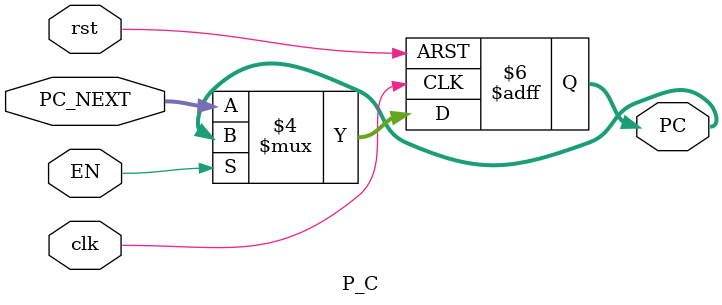
<source format=v>
module P_C(clk, rst, EN, PC, PC_NEXT);
    input clk, rst, EN;
    input [31:0] PC_NEXT;
    output reg [31:0] PC;

    always @(posedge clk or negedge rst) begin
        if (!rst) begin
            PC <= 32'h00000000; // Reset PC to 0
        end else if (!EN) begin // active low enable
            PC <= PC_NEXT;      // Update PC when enabled
        end
        // else hold PC on stall
    end
endmodule
</source>
